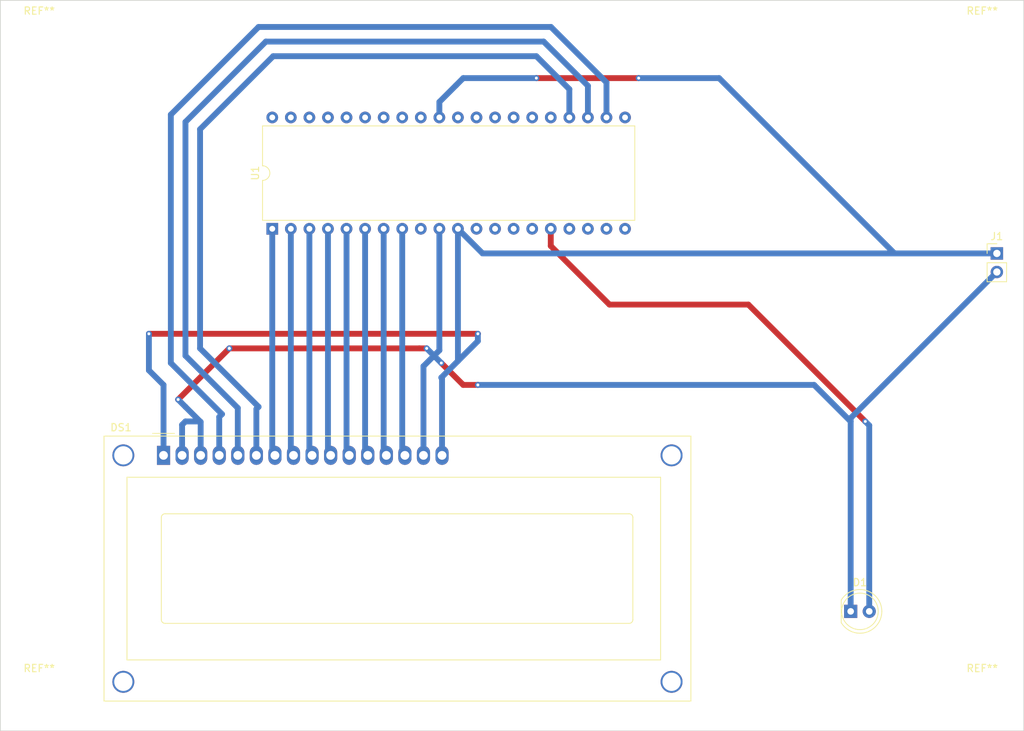
<source format=kicad_pcb>
(kicad_pcb (version 20211014) (generator pcbnew)
  (layers (0 "F.Cu" signal) (31 "B.Cu" signal) (34 "B.Paste" user) (35 "F.Paste" user) (36 "B.SilkS" user "B.Silkscreen") (37 "F.SilkS" user "F.Silkscreen") (38 "B.Mask" user) (39 "F.Mask" user) (44 "Edge.Cuts" user))
  (net 0 "")
  (net 1 "Net-(D1-Pad1)")
  (net 2 "Net-(U1-Pad16)")
  (net 3 "Net-(J1-Pad1)")
  (net 4 "Net-(U1-Pad22)")
  (net 5 "Net-(U1-Pad23)")
  (net 6 "Net-(U1-Pad24)")
  (net 7 "Net-(U1-Pad1)")
  (net 8 "Net-(U1-Pad2)")
  (net 9 "Net-(U1-Pad3)")
  (net 10 "Net-(U1-Pad4)")
  (net 11 "Net-(U1-Pad5)")
  (net 12 "Net-(U1-Pad6)")
  (net 13 "Net-(U1-Pad7)")
  (net 14 "Net-(U1-Pad8)")
  (footprint "Display:WC1602A" (layer "F.Cu") (at 97.725 102.9175)
    (fp_text reference "DS1" (at -5.82 -3.81) (layer "F.SilkS"))
    (fp_text value "LCD-016N002W")
    (fp_line (start 63.70066 23) (end 0.2 23) (layer "F.SilkS") (width 0.12))
    (fp_line (start -0.29972 22.49932) (end -0.29972 8.5) (layer "F.SilkS") (width 0.12))
    (fp_line (start 0.2 8) (end 63.7 8) (layer "F.SilkS") (width 0.12))
    (fp_line (start 68 28) (end -5 28) (layer "F.SilkS") (width 0.12))
    (fp_line (start 64.2 8.5) (end 64.2 22.5) (layer "F.SilkS") (width 0.12))
    (fp_line (start 72.14 33.64) (end 72.14 -2.64) (layer "F.SilkS") (width 0.12))
    (fp_line (start 68 3) (end 68 28) (layer "F.SilkS") (width 0.12))
    (fp_line (start -5 28) (end -5 3) (layer "F.SilkS") (width 0.12))
    (fp_line (start -8.13 -2.64) (end -7.34 -2.64) (layer "F.SilkS") (width 0.12))
    (fp_line (start -5 3) (end 68 3) (layer "F.SilkS") (width 0.12))
    (fp_line (start -1.5 -3) (end 1.5 -3) (layer "F.SilkS") (width 0.12))
    (fp_line (start -8.14 -2.64) (end -8.14 33.64) (layer "F.SilkS") (width 0.12))
    (fp_line (start 72.14 -2.64) (end -7.34 -2.64) (layer "F.SilkS") (width 0.12))
    (fp_line (start -8.14 33.64) (end 72.14 33.64) (layer "F.SilkS") (width 0.12))
    (fp_arc (start 63.7 8) (mid 64.053553 8.146447) (end 64.2 8.5) (layer "F.SilkS") (width 0.12))
    (fp_arc (start 64.20104 22.49932) (mid 64.054479 22.85315) (end 63.70066 22.9997) (layer "F.SilkS") (width 0.12))
    (fp_arc (start 0.20066 22.9997) (mid -0.153162 22.853142) (end -0.29972 22.49932) (layer "F.SilkS") (width 0.12))
    (fp_arc (start -0.29972 8.49884) (mid -0.153162 8.145018) (end 0.20066 7.99846) (layer "F.SilkS") (width 0.12))
    (pad "" thru_hole circle (at -5.4991 0) (size 3 3) (drill 2.5) (layers *.Cu *.Mask))
    (pad "" thru_hole circle (at 69.49948 31.0007) (size 3 3) (drill 2.5) (layers *.Cu *.Mask))
    (pad "" thru_hole circle (at -5.4991 31.0007) (size 3 3) (drill 2.5) (layers *.Cu *.Mask))
    (pad "" thru_hole circle (at 69.5 0) (size 3 3) (drill 2.5) (layers *.Cu *.Mask))
    (pad "1" thru_hole rect (at 0 0) (size 1.8 2.6) (drill 1.2) (layers *.Cu *.Mask) (net 3 "Net-(J1-Pad1)"))
    (pad "2" thru_hole oval (at 2.54 0) (size 1.8 2.6) (drill 1.2) (layers *.Cu *.Mask) (net 1 "Net-(D1-Pad1)"))
    (pad "3" thru_hole oval (at 5.08 0) (size 1.8 2.6) (drill 1.2) (layers *.Cu *.Mask) (net 1 "Net-(D1-Pad1)"))
    (pad "4" thru_hole oval (at 7.62 0) (size 1.8 2.6) (drill 1.2) (layers *.Cu *.Mask) (net 4 "Net-(U1-Pad22)"))
    (pad "5" thru_hole oval (at 10.16 0) (size 1.8 2.6) (drill 1.2) (layers *.Cu *.Mask) (net 5 "Net-(U1-Pad23)"))
    (pad "6" thru_hole oval (at 12.7 0) (size 1.8 2.6) (drill 1.2) (layers *.Cu *.Mask) (net 6 "Net-(U1-Pad24)"))
    (pad "7" thru_hole oval (at 15.24 0) (size 1.8 2.6) (drill 1.2) (layers *.Cu *.Mask) (net 7 "Net-(U1-Pad1)"))
    (pad "8" thru_hole oval (at 17.78 0) (size 1.8 2.6) (drill 1.2) (layers *.Cu *.Mask) (net 8 "Net-(U1-Pad2)"))
    (pad "9" thru_hole oval (at 20.32 0) (size 1.8 2.6) (drill 1.2) (layers *.Cu *.Mask) (net 9 "Net-(U1-Pad3)"))
    (pad "10" thru_hole oval (at 22.86 0) (size 1.8 2.6) (drill 1.2) (layers *.Cu *.Mask) (net 10 "Net-(U1-Pad4)"))
    (pad "11" thru_hole oval (at 25.4 0) (size 1.8 2.6) (drill 1.2) (layers *.Cu *.Mask) (net 11 "Net-(U1-Pad5)"))
    (pad "12" thru_hole oval (at 27.94 0) (size 1.8 2.6) (drill 1.2) (layers *.Cu *.Mask) (net 12 "Net-(U1-Pad6)"))
    (pad "13" thru_hole oval (at 30.48 0) (size 1.8 2.6) (drill 1.2) (layers *.Cu *.Mask) (net 13 "Net-(U1-Pad7)"))
    (pad "14" thru_hole oval (at 33.02 0) (size 1.8 2.6) (drill 1.2) (layers *.Cu *.Mask) (net 14 "Net-(U1-Pad8)"))
    (pad "15" thru_hole oval (at 35.56 0) (size 1.8 2.6) (drill 1.2) (layers *.Cu *.Mask) (net 1 "Net-(D1-Pad1)"))
    (pad "16" thru_hole oval (at 38.1 0) (size 1.8 2.6) (drill 1.2) (layers *.Cu *.Mask) (net 3 "Net-(J1-Pad1)"))
  )
  (footprint "LED_THT:LED_D5.0mm_Clear" (layer "F.Cu") (at 191.725 124.275)
    (fp_text reference "D1" (at 1.27 -3.96) (layer "F.SilkS"))
    (fp_text value "SW 520D")
    (fp_line (start -1.29 -1.545) (end -1.29 1.545) (layer "F.SilkS") (width 0.12))
    (fp_arc (start 4.26 -0.000462) (mid 2.072002 2.880433) (end -1.29 1.54483) (layer "F.SilkS") (width 0.12))
    (fp_arc (start -1.29 -1.54483) (mid 2.072002 -2.880433) (end 4.26 0.000462) (layer "F.SilkS") (width 0.12))
    (fp_circle (center 1.27 0) (end 3.77 0) (layer "F.SilkS") (width 0.12) (fill none))
    (pad "1" thru_hole rect (at 0 0) (size 1.8 1.8) (drill 0.9) (layers *.Cu *.Mask) (net 1 "Net-(D1-Pad1)"))
    (pad "2" thru_hole circle (at 2.54 0) (size 1.8 1.8) (drill 0.9) (layers *.Cu *.Mask) (net 2 "Net-(U1-Pad16)"))
  )
  (footprint "MountingHole:MountingHole_3.2mm_M3" (layer "F.Cu") (at 209.725 136.275)
    (fp_text reference "REF**" (at 0 -4.2) (layer "F.SilkS"))
    (fp_text value "MountingHole_3.2mm_M3")
    (pad "" np_thru_hole circle (at 0 0) (size 3.2 3.2) (drill 3.2) (layers *.Cu *.Mask))
    (pad "" np_thru_hole circle (at 0 0) (size 3.2 3.2) (drill 3.2) (layers *.Cu *.Mask))
  )
  (footprint "Package_DIP:DIP-40_W15.24mm" (layer "F.Cu") (at 112.6 71.9 90)
    (fp_text reference "U1" (at 7.62 -2.33 90) (layer "F.SilkS"))
    (fp_text value "ATmega32-16P")
    (fp_line (start 14.08 49.59) (end 14.08 -1.33) (layer "F.SilkS") (width 0.12))
    (fp_line (start 1.16 -1.33) (end 1.16 49.59) (layer "F.SilkS") (width 0.12))
    (fp_line (start 6.62 -1.33) (end 1.16 -1.33) (layer "F.SilkS") (width 0.12))
    (fp_line (start 1.16 49.59) (end 14.08 49.59) (layer "F.SilkS") (width 0.12))
    (fp_line (start 14.08 -1.33) (end 8.62 -1.33) (layer "F.SilkS") (width 0.12))
    (fp_arc (start 8.62 -1.33) (mid 7.62 -0.33) (end 6.62 -1.33) (layer "F.SilkS") (width 0.12))
    (pad "1" thru_hole rect (at 0 0 90) (size 1.6 1.6) (drill 0.8) (layers *.Cu *.Mask) (net 7 "Net-(U1-Pad1)"))
    (pad "2" thru_hole oval (at 0 2.54 90) (size 1.6 1.6) (drill 0.8) (layers *.Cu *.Mask) (net 8 "Net-(U1-Pad2)"))
    (pad "3" thru_hole oval (at 0 5.08 90) (size 1.6 1.6) (drill 0.8) (layers *.Cu *.Mask) (net 9 "Net-(U1-Pad3)"))
    (pad "4" thru_hole oval (at 0 7.62 90) (size 1.6 1.6) (drill 0.8) (layers *.Cu *.Mask) (net 10 "Net-(U1-Pad4)"))
    (pad "5" thru_hole oval (at 0 10.16 90) (size 1.6 1.6) (drill 0.8) (layers *.Cu *.Mask) (net 11 "Net-(U1-Pad5)"))
    (pad "6" thru_hole oval (at 0 12.7 90) (size 1.6 1.6) (drill 0.8) (layers *.Cu *.Mask) (net 12 "Net-(U1-Pad6)"))
    (pad "7" thru_hole oval (at 0 15.24 90) (size 1.6 1.6) (drill 0.8) (layers *.Cu *.Mask) (net 13 "Net-(U1-Pad7)"))
    (pad "8" thru_hole oval (at 0 17.78 90) (size 1.6 1.6) (drill 0.8) (layers *.Cu *.Mask) (net 14 "Net-(U1-Pad8)"))
    (pad "9" thru_hole oval (at 0 20.32 90) (size 1.6 1.6) (drill 0.8) (layers *.Cu *.Mask))
    (pad "10" thru_hole oval (at 0 22.86 90) (size 1.6 1.6) (drill 0.8) (layers *.Cu *.Mask) (net 1 "Net-(D1-Pad1)"))
    (pad "11" thru_hole oval (at 0 25.4 90) (size 1.6 1.6) (drill 0.8) (layers *.Cu *.Mask) (net 3 "Net-(J1-Pad1)"))
    (pad "12" thru_hole oval (at 0 27.94 90) (size 1.6 1.6) (drill 0.8) (layers *.Cu *.Mask))
    (pad "13" thru_hole oval (at 0 30.48 90) (size 1.6 1.6) (drill 0.8) (layers *.Cu *.Mask))
    (pad "14" thru_hole oval (at 0 33.02 90) (size 1.6 1.6) (drill 0.8) (layers *.Cu *.Mask))
    (pad "15" thru_hole oval (at 0 35.56 90) (size 1.6 1.6) (drill 0.8) (layers *.Cu *.Mask))
    (pad "16" thru_hole oval (at 0 38.1 90) (size 1.6 1.6) (drill 0.8) (layers *.Cu *.Mask) (net 2 "Net-(U1-Pad16)"))
    (pad "17" thru_hole oval (at 0 40.64 90) (size 1.6 1.6) (drill 0.8) (layers *.Cu *.Mask))
    (pad "18" thru_hole oval (at 0 43.18 90) (size 1.6 1.6) (drill 0.8) (layers *.Cu *.Mask))
    (pad "19" thru_hole oval (at 0 45.72 90) (size 1.6 1.6) (drill 0.8) (layers *.Cu *.Mask))
    (pad "20" thru_hole oval (at 0 48.26 90) (size 1.6 1.6) (drill 0.8) (layers *.Cu *.Mask))
    (pad "21" thru_hole oval (at 15.24 48.26 90) (size 1.6 1.6) (drill 0.8) (layers *.Cu *.Mask))
    (pad "22" thru_hole oval (at 15.24 45.72 90) (size 1.6 1.6) (drill 0.8) (layers *.Cu *.Mask) (net 4 "Net-(U1-Pad22)"))
    (pad "23" thru_hole oval (at 15.24 43.18 90) (size 1.6 1.6) (drill 0.8) (layers *.Cu *.Mask) (net 5 "Net-(U1-Pad23)"))
    (pad "24" thru_hole oval (at 15.24 40.64 90) (size 1.6 1.6) (drill 0.8) (layers *.Cu *.Mask) (net 6 "Net-(U1-Pad24)"))
    (pad "25" thru_hole oval (at 15.24 38.1 90) (size 1.6 1.6) (drill 0.8) (layers *.Cu *.Mask))
    (pad "26" thru_hole oval (at 15.24 35.56 90) (size 1.6 1.6) (drill 0.8) (layers *.Cu *.Mask))
    (pad "27" thru_hole oval (at 15.24 33.02 90) (size 1.6 1.6) (drill 0.8) (layers *.Cu *.Mask))
    (pad "28" thru_hole oval (at 15.24 30.48 90) (size 1.6 1.6) (drill 0.8) (layers *.Cu *.Mask))
    (pad "29" thru_hole oval (at 15.24 27.94 90) (size 1.6 1.6) (drill 0.8) (layers *.Cu *.Mask))
    (pad "30" thru_hole oval (at 15.24 25.4 90) (size 1.6 1.6) (drill 0.8) (layers *.Cu *.Mask))
    (pad "31" thru_hole oval (at 15.24 22.86 90) (size 1.6 1.6) (drill 0.8) (layers *.Cu *.Mask) (net 3 "Net-(J1-Pad1)"))
    (pad "32" thru_hole oval (at 15.24 20.32 90) (size 1.6 1.6) (drill 0.8) (layers *.Cu *.Mask))
    (pad "33" thru_hole oval (at 15.24 17.78 90) (size 1.6 1.6) (drill 0.8) (layers *.Cu *.Mask))
    (pad "34" thru_hole oval (at 15.24 15.24 90) (size 1.6 1.6) (drill 0.8) (layers *.Cu *.Mask))
    (pad "35" thru_hole oval (at 15.24 12.7 90) (size 1.6 1.6) (drill 0.8) (layers *.Cu *.Mask))
    (pad "36" thru_hole oval (at 15.24 10.16 90) (size 1.6 1.6) (drill 0.8) (layers *.Cu *.Mask))
    (pad "37" thru_hole oval (at 15.24 7.62 90) (size 1.6 1.6) (drill 0.8) (layers *.Cu *.Mask))
    (pad "38" thru_hole oval (at 15.24 5.08 90) (size 1.6 1.6) (drill 0.8) (layers *.Cu *.Mask))
    (pad "39" thru_hole oval (at 15.24 2.54 90) (size 1.6 1.6) (drill 0.8) (layers *.Cu *.Mask))
    (pad "40" thru_hole oval (at 15.24 0 90) (size 1.6 1.6) (drill 0.8) (layers *.Cu *.Mask))
  )
  (footprint "Connector_PinHeader_2.54mm:PinHeader_1x02_P2.54mm_Vertical" (layer "F.Cu") (at 211.725 75.275)
    (fp_text reference "J1" (at 0 -2.33) (layer "F.SilkS"))
    (fp_text value "Conn_01x02")
    (fp_line (start -1.33 1.27) (end 1.33 1.27) (layer "F.SilkS") (width 0.12))
    (fp_line (start 1.33 1.27) (end 1.33 3.87) (layer "F.SilkS") (width 0.12))
    (fp_line (start -1.33 1.27) (end -1.33 3.87) (layer "F.SilkS") (width 0.12))
    (fp_line (start -1.33 -1.33) (end 0 -1.33) (layer "F.SilkS") (width 0.12))
    (fp_line (start -1.33 3.87) (end 1.33 3.87) (layer "F.SilkS") (width 0.12))
    (fp_line (start -1.33 0) (end -1.33 -1.33) (layer "F.SilkS") (width 0.12))
    (pad "1" thru_hole rect (at 0 0) (size 1.7 1.7) (drill 1) (layers *.Cu *.Mask) (net 3 "Net-(J1-Pad1)"))
    (pad "2" thru_hole oval (at 0 2.54) (size 1.7 1.7) (drill 1) (layers *.Cu *.Mask) (net 1 "Net-(D1-Pad1)"))
  )
  (footprint "MountingHole:MountingHole_3.2mm_M3" (layer "F.Cu") (at 209.725 46.275)
    (fp_text reference "REF**" (at 0 -4.2) (layer "F.SilkS"))
    (fp_text value "MountingHole_3.2mm_M3")
    (pad "" np_thru_hole circle (at 0 0) (size 3.2 3.2) (drill 3.2) (layers *.Cu *.Mask))
    (pad "" np_thru_hole circle (at 0 0) (size 3.2 3.2) (drill 3.2) (layers *.Cu *.Mask))
  )
  (footprint "MountingHole:MountingHole_3.2mm_M3" (layer "F.Cu") (at 80.725 46.275)
    (fp_text reference "REF**" (at 0 -4.2) (layer "F.SilkS"))
    (fp_text value "MountingHole_3.2mm_M3")
    (pad "" np_thru_hole circle (at 0 0) (size 3.2 3.2) (drill 3.2) (layers *.Cu *.Mask))
    (pad "" np_thru_hole circle (at 0 0) (size 3.2 3.2) (drill 3.2) (layers *.Cu *.Mask))
  )
  (footprint "MountingHole:MountingHole_3.2mm_M3" (layer "F.Cu") (at 80.725 136.275)
    (fp_text reference "REF**" (at 0 -4.2) (layer "F.SilkS"))
    (fp_text value "MountingHole_3.2mm_M3")
    (pad "" np_thru_hole circle (at 0 0) (size 3.2 3.2) (drill 3.2) (layers *.Cu *.Mask))
    (pad "" np_thru_hole circle (at 0 0) (size 3.2 3.2) (drill 3.2) (layers *.Cu *.Mask))
  )
  (gr_rect (start 75.405 40.6325) (end 215.405 140.6325) (layer "Edge.Cuts") (width 0.1) (fill none))
  (segment (start 99.725 95.275) (end 106.725 88.275) (width 0.8) (layer "F.Cu") (net 1))
  (segment (start 140.725 93.275) (end 138.725 93.275) (width 0.8) (layer "F.Cu") (net 1))
  (segment (start 106.725 88.275) (end 132.725 88.275) (width 0.8) (layer "F.Cu") (net 1))
  (segment (start 138.725 93.275) (end 135.725 90.275) (width 0.8) (layer "F.Cu") (net 1))
  (segment (start 132.725 88.275) (end 133.725 88.275) (width 0.8) (layer "F.Cu") (net 1))
  (via (at 135.725 90.275) (size 0.8) (drill 0.4) (layers "F.Cu" "B.Cu") (net 1))
  (via (at 106.725 88.275) (size 0.8) (drill 0.4) (layers "F.Cu" "B.Cu") (net 1))
  (via (at 140.725 93.275) (size 0.8) (drill 0.4) (layers "F.Cu" "B.Cu") (net 1))
  (via (at 106.725 88.275) (size 0.8) (drill 0.4) (layers "F.Cu" "B.Cu") (net 1))
  (via (at 99.725 95.275) (size 0.8) (drill 0.4) (layers "F.Cu" "B.Cu") (net 1))
  (via (at 133.725 88.275) (size 0.8) (drill 0.4) (layers "F.Cu" "B.Cu") (net 1))
  (segment (start 211.725 77.815) (end 191.725 97.815) (width 0.8) (layer "B.Cu") (net 1))
  (segment (start 191.725 124.275) (end 191.725 98.275) (width 0.8) (layer "B.Cu") (net 1))
  (segment (start 191.725 97.815) (end 191.725 98.275) (width 0.8) (layer "B.Cu") (net 1))
  (segment (start 100.725 96.275) (end 99.725 95.275) (width 0.8) (layer "B.Cu") (net 1))
  (segment (start 133.285 90.715) (end 133.285 102.9175) (width 0.8) (layer "B.Cu") (net 1))
  (segment (start 102.725 98.275) (end 102.805 98.355) (width 0.8) (layer "B.Cu") (net 1))
  (segment (start 133.725 88.275) (end 134.725 89.275) (width 0.8) (layer "B.Cu") (net 1))
  (segment (start 186.725 93.275) (end 140.725 93.275) (width 0.8) (layer "B.Cu") (net 1))
  (segment (start 191.725 98.275) (end 186.725 93.275) (width 0.8) (layer "B.Cu") (net 1))
  (segment (start 135.46 88.54) (end 134.725 89.275) (width 0.8) (layer "B.Cu") (net 1))
  (segment (start 134.725 89.275) (end 133.285 90.715) (width 0.8) (layer "B.Cu") (net 1))
  (segment (start 135.46 71.9) (end 135.46 88.54) (width 0.8) (layer "B.Cu") (net 1))
  (segment (start 102.805 98.355) (end 100.725 96.275) (width 0.8) (layer "B.Cu") (net 1))
  (segment (start 135.725 90.275) (end 134.725 89.275) (width 0.8) (layer "B.Cu") (net 1))
  (segment (start 100.265 102.9175) (end 100.265 98.735) (width 0.8) (layer "B.Cu") (net 1))
  (segment (start 102.805 98.355) (end 102.805 102.9175) (width 0.8) (layer "B.Cu") (net 1))
  (segment (start 100.725 98.275) (end 102.725 98.275) (width 0.8) (layer "B.Cu") (net 1))
  (segment (start 100.265 98.735) (end 100.725 98.275) (width 0.8) (layer "B.Cu") (net 1))
  (segment (start 150.7 74.25) (end 150.7 71.9) (width 0.8) (layer "F.Cu") (net 2))
  (segment (start 158.725 82.275) (end 150.7 74.25) (width 0.8) (layer "F.Cu") (net 2))
  (segment (start 193.725 98.275) (end 177.725 82.275) (width 0.8) (layer "F.Cu") (net 2))
  (segment (start 177.725 82.275) (end 158.725 82.275) (width 0.8) (layer "F.Cu") (net 2))
  (via (at 193.725 98.275) (size 0.8) (drill 0.4) (layers "F.Cu" "B.Cu") (net 2))
  (segment (start 194.265 98.815) (end 193.725 98.275) (width 0.8) (layer "B.Cu") (net 2))
  (segment (start 194.265 124.275) (end 194.265 98.815) (width 0.8) (layer "B.Cu") (net 2))
  (segment (start 95.725 86.275) (end 140.725 86.275) (width 0.8) (layer "F.Cu") (net 3))
  (segment (start 148.725 51.275) (end 162.725 51.275) (width 0.8) (layer "F.Cu") (net 3))
  (via (at 95.725 86.275) (size 0.8) (drill 0.4) (layers "F.Cu" "B.Cu") (net 3))
  (via (at 162.725 51.275) (size 0.8) (drill 0.4) (layers "F.Cu" "B.Cu") (net 3))
  (via (at 148.725 51.275) (size 0.8) (drill 0.4) (layers "F.Cu" "B.Cu") (net 3))
  (via (at 140.725 86.275) (size 0.8) (drill 0.4) (layers "F.Cu" "B.Cu") (net 3))
  (segment (start 141.375 75.275) (end 197.725 75.275) (width 0.8) (layer "B.Cu") (net 3))
  (segment (start 135.46 54.54) (end 137.725 52.275) (width 0.8) (layer "B.Cu") (net 3))
  (segment (start 140.725 87.275) (end 140.725 86.275) (width 0.8) (layer "B.Cu") (net 3))
  (segment (start 138 71.9) (end 138 90) (width 0.8) (layer "B.Cu") (net 3))
  (segment (start 138 90) (end 135.725 92.275) (width 0.8) (layer "B.Cu") (net 3))
  (segment (start 137.725 52.275) (end 138.725 51.275) (width 0.8) (layer "B.Cu") (net 3))
  (segment (start 95.725 91.275) (end 95.725 86.275) (width 0.8) (layer "B.Cu") (net 3))
  (segment (start 173.725 51.275) (end 197.725 75.275) (width 0.8) (layer "B.Cu") (net 3))
  (segment (start 138 71.9) (end 141.375 75.275) (width 0.8) (layer "B.Cu") (net 3))
  (segment (start 138 90) (end 140.725 87.275) (width 0.8) (layer "B.Cu") (net 3))
  (segment (start 97.725 102.9175) (end 97.725 93.275) (width 0.8) (layer "B.Cu") (net 3))
  (segment (start 135.725 92.275) (end 135.825 92.375) (width 0.8) (layer "B.Cu") (net 3))
  (segment (start 162.725 51.275) (end 173.725 51.275) (width 0.8) (layer "B.Cu") (net 3))
  (segment (start 135.825 92.375) (end 135.825 102.9175) (width 0.8) (layer "B.Cu") (net 3))
  (segment (start 197.725 75.275) (end 211.725 75.275) (width 0.8) (layer "B.Cu") (net 3))
  (segment (start 138.725 51.275) (end 148.725 51.275) (width 0.8) (layer "B.Cu") (net 3))
  (segment (start 97.725 93.275) (end 95.725 91.275) (width 0.8) (layer "B.Cu") (net 3))
  (segment (start 135.46 56.66) (end 135.46 54.54) (width 0.8) (layer "B.Cu") (net 3))
  (segment (start 110.725 44.275) (end 98.725 56.275) (width 0.8) (layer "B.Cu") (net 4))
  (segment (start 158.32 51.87) (end 150.725 44.275) (width 0.8) (layer "B.Cu") (net 4))
  (segment (start 98.725 90.275) (end 105.725 97.275) (width 0.8) (layer "B.Cu") (net 4))
  (segment (start 158.32 56.66) (end 158.32 51.87) (width 0.8) (layer "B.Cu") (net 4))
  (segment (start 98.725 56.275) (end 98.725 90.275) (width 0.8) (layer "B.Cu") (net 4))
  (segment (start 105.725 97.275) (end 105.345 97.655) (width 0.8) (layer "B.Cu") (net 4))
  (segment (start 150.725 44.275) (end 110.725 44.275) (width 0.8) (layer "B.Cu") (net 4))
  (segment (start 105.345 97.655) (end 105.345 102.9175) (width 0.8) (layer "B.Cu") (net 4))
  (segment (start 107.885 96.435) (end 107.885 102.9175) (width 0.8) (layer "B.Cu") (net 5))
  (segment (start 149.725 46.275) (end 111.725 46.275) (width 0.8) (layer "B.Cu") (net 5))
  (segment (start 100.725 57.275) (end 100.725 89.275) (width 0.8) (layer "B.Cu") (net 5))
  (segment (start 155.78 56.66) (end 155.78 52.33) (width 0.8) (layer "B.Cu") (net 5))
  (segment (start 100.725 89.275) (end 107.885 96.435) (width 0.8) (layer "B.Cu") (net 5))
  (segment (start 111.725 46.275) (end 100.725 57.275) (width 0.8) (layer "B.Cu") (net 5))
  (segment (start 155.78 52.33) (end 149.725 46.275) (width 0.8) (layer "B.Cu") (net 5))
  (segment (start 153.24 56.66) (end 153.24 52.79) (width 0.8) (layer "B.Cu") (net 6))
  (segment (start 112.725 48.275) (end 102.725 58.275) (width 0.8) (layer "B.Cu") (net 6))
  (segment (start 110.725 96.275) (end 110.425 96.575) (width 0.8) (layer "B.Cu") (net 6))
  (segment (start 102.725 58.275) (end 102.725 88.275) (width 0.8) (layer "B.Cu") (net 6))
  (segment (start 110.425 96.575) (end 110.425 102.9175) (width 0.8) (layer "B.Cu") (net 6))
  (segment (start 153.24 52.79) (end 148.725 48.275) (width 0.8) (layer "B.Cu") (net 6))
  (segment (start 148.725 48.275) (end 112.725 48.275) (width 0.8) (layer "B.Cu") (net 6))
  (segment (start 102.725 88.275) (end 110.725 96.275) (width 0.8) (layer "B.Cu") (net 6))
  (segment (start 112.6 71.9) (end 112.6 102.5525) (width 0.8) (layer "B.Cu") (net 7))
  (segment (start 112.6 102.5525) (end 112.965 102.9175) (width 0.8) (layer "B.Cu") (net 7))
  (segment (start 115.14 102.5525) (end 115.505 102.9175) (width 0.8) (layer "B.Cu") (net 8))
  (segment (start 115.14 71.9) (end 115.14 102.5525) (width 0.8) (layer "B.Cu") (net 8))
  (segment (start 117.68 71.9) (end 117.68 102.5525) (width 0.8) (layer "B.Cu") (net 9))
  (segment (start 117.68 102.5525) (end 118.045 102.9175) (width 0.8) (layer "B.Cu") (net 9))
  (segment (start 120.22 102.5525) (end 120.585 102.9175) (width 0.8) (layer "B.Cu") (net 10))
  (segment (start 120.22 71.9) (end 120.22 102.5525) (width 0.8) (layer "B.Cu") (net 10))
  (segment (start 122.76 71.9) (end 122.76 102.5525) (width 0.8) (layer "B.Cu") (net 11))
  (segment (start 122.76 102.5525) (end 123.125 102.9175) (width 0.8) (layer "B.Cu") (net 11))
  (segment (start 125.3 71.9) (end 125.3 102.5525) (width 0.8) (layer "B.Cu") (net 12))
  (segment (start 125.3 102.5525) (end 125.665 102.9175) (width 0.8) (layer "B.Cu") (net 12))
  (segment (start 127.84 102.5525) (end 128.205 102.9175) (width 0.8) (layer "B.Cu") (net 13))
  (segment (start 127.84 71.9) (end 127.84 102.5525) (width 0.8) (layer "B.Cu") (net 13))
  (segment (start 130.38 71.9) (end 130.38 102.5525) (width 0.8) (layer "B.Cu") (net 14))
  (segment (start 130.38 102.5525) (end 130.745 102.9175) (width 0.8) (layer "B.Cu") (net 14))
)
</source>
